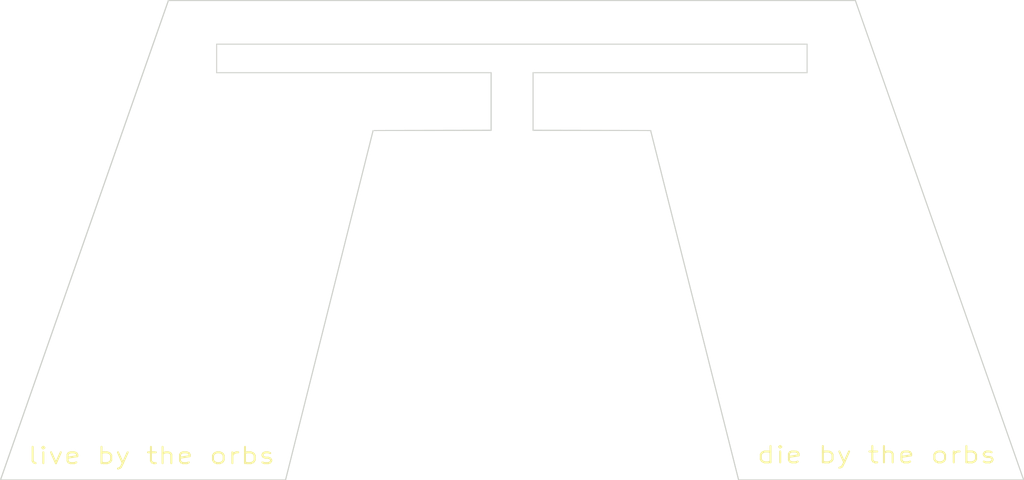
<source format=kicad_pcb>
(kicad_pcb
	(version 20240108)
	(generator "pcbnew")
	(generator_version "8.0")
	(general
		(thickness 1.6)
		(legacy_teardrops no)
	)
	(paper "A4")
	(layers
		(0 "F.Cu" signal)
		(31 "B.Cu" signal)
		(32 "B.Adhes" user "B.Adhesive")
		(33 "F.Adhes" user "F.Adhesive")
		(34 "B.Paste" user)
		(35 "F.Paste" user)
		(36 "B.SilkS" user "B.Silkscreen")
		(37 "F.SilkS" user "F.Silkscreen")
		(38 "B.Mask" user)
		(39 "F.Mask" user)
		(40 "Dwgs.User" user "User.Drawings")
		(41 "Cmts.User" user "User.Comments")
		(42 "Eco1.User" user "User.Eco1")
		(43 "Eco2.User" user "User.Eco2")
		(44 "Edge.Cuts" user)
		(45 "Margin" user)
		(46 "B.CrtYd" user "B.Courtyard")
		(47 "F.CrtYd" user "F.Courtyard")
		(48 "B.Fab" user)
		(49 "F.Fab" user)
		(50 "User.1" user)
		(51 "User.2" user)
		(52 "User.3" user)
		(53 "User.4" user)
		(54 "User.5" user)
		(55 "User.6" user)
		(56 "User.7" user)
		(57 "User.8" user)
		(58 "User.9" user)
	)
	(setup
		(stackup
			(layer "F.SilkS"
				(type "Top Silk Screen")
			)
			(layer "F.Paste"
				(type "Top Solder Paste")
			)
			(layer "F.Mask"
				(type "Top Solder Mask")
				(thickness 0.01)
			)
			(layer "F.Cu"
				(type "copper")
				(thickness 0.035)
			)
			(layer "dielectric 1"
				(type "core")
				(thickness 1.51)
				(material "FR4")
				(epsilon_r 4.5)
				(loss_tangent 0.02)
			)
			(layer "B.Cu"
				(type "copper")
				(thickness 0.035)
			)
			(layer "B.Mask"
				(type "Bottom Solder Mask")
				(thickness 0.01)
			)
			(layer "B.Paste"
				(type "Bottom Solder Paste")
			)
			(layer "B.SilkS"
				(type "Bottom Silk Screen")
			)
			(copper_finish "None")
			(dielectric_constraints no)
		)
		(pad_to_mask_clearance 0)
		(allow_soldermask_bridges_in_footprints no)
		(pcbplotparams
			(layerselection 0x00010fc_ffffffff)
			(plot_on_all_layers_selection 0x0000000_00000000)
			(disableapertmacros no)
			(usegerberextensions no)
			(usegerberattributes yes)
			(usegerberadvancedattributes yes)
			(creategerberjobfile yes)
			(dashed_line_dash_ratio 12.000000)
			(dashed_line_gap_ratio 3.000000)
			(svgprecision 4)
			(plotframeref no)
			(viasonmask no)
			(mode 1)
			(useauxorigin no)
			(hpglpennumber 1)
			(hpglpenspeed 20)
			(hpglpendiameter 15.000000)
			(pdf_front_fp_property_popups yes)
			(pdf_back_fp_property_popups yes)
			(dxfpolygonmode yes)
			(dxfimperialunits yes)
			(dxfusepcbnewfont yes)
			(psnegative no)
			(psa4output no)
			(plotreference yes)
			(plotvalue yes)
			(plotfptext yes)
			(plotinvisibletext no)
			(sketchpadsonfab no)
			(subtractmaskfromsilk no)
			(outputformat 1)
			(mirror no)
			(drillshape 0)
			(scaleselection 1)
			(outputdirectory "../../../")
		)
	)
	(net 0 "")
	(gr_line
		(start 93.175 83.28)
		(end 88.875 100.44)
		(stroke
			(width 0.05)
			(type default)
		)
		(layer "Edge.Cuts")
		(uuid "01dad912-4815-41d0-ad21-10ae53cf4ab6")
	)
	(gr_line
		(start 101.03 83.27)
		(end 106.805 83.28)
		(stroke
			(width 0.05)
			(type default)
		)
		(layer "Edge.Cuts")
		(uuid "0dfab223-23d9-4df5-8caa-2ea779d13740")
	)
	(gr_line
		(start 83.12 76.895)
		(end 74.875 100.44)
		(stroke
			(width 0.05)
			(type default)
		)
		(layer "Edge.Cuts")
		(uuid "0e30b31f-b163-4e87-a7e2-c597a7e2fc23")
	)
	(gr_line
		(start 98.97 80.44)
		(end 98.97 83.27)
		(stroke
			(width 0.05)
			(type default)
		)
		(layer "Edge.Cuts")
		(uuid "151577ac-696b-4c13-9e6b-91ae5c8d4e7e")
	)
	(gr_line
		(start 101.03 80.44)
		(end 101.03 83.27)
		(stroke
			(width 0.05)
			(type default)
		)
		(layer "Edge.Cuts")
		(uuid "1a10f71e-7506-4c79-892d-51adcece3875")
	)
	(gr_line
		(start 85.49 79.04)
		(end 114.49 79.04)
		(stroke
			(width 0.05)
			(type default)
		)
		(layer "Edge.Cuts")
		(uuid "1a9cbb8b-9600-4093-a7c3-31ebba4240f5")
	)
	(gr_line
		(start 98.97 83.27)
		(end 93.175 83.28)
		(stroke
			(width 0.05)
			(type default)
		)
		(layer "Edge.Cuts")
		(uuid "24ce8d7f-a024-4b76-9db9-c07752c66ae7")
	)
	(gr_line
		(start 116.86 76.895)
		(end 83.12 76.895)
		(stroke
			(width 0.05)
			(type default)
		)
		(layer "Edge.Cuts")
		(uuid "35378fb2-9c5c-4c34-b03e-074af2939ebe")
	)
	(gr_line
		(start 101.03 83.27)
		(end 101.03 80.44)
		(stroke
			(width 0.05)
			(type default)
		)
		(layer "Edge.Cuts")
		(uuid "389109f5-7191-4319-95aa-ed875dd7700f")
	)
	(gr_line
		(start 116.86 76.895)
		(end 125.125 100.44)
		(stroke
			(width 0.05)
			(type default)
		)
		(layer "Edge.Cuts")
		(uuid "41a37730-5643-4271-8e69-3f4de8ef4165")
	)
	(gr_line
		(start 125.125 100.44)
		(end 111.125 100.44)
		(stroke
			(width 0.05)
			(type default)
		)
		(layer "Edge.Cuts")
		(uuid "4b153c5c-62b0-42d0-9015-c0c4c92f9bfe")
	)
	(gr_line
		(start 111.125 100.44)
		(end 125.125 100.44)
		(stroke
			(width 0.05)
			(type default)
		)
		(layer "Edge.Cuts")
		(uuid "4df70e83-1c80-46c6-8b10-2379fe6d401d")
	)
	(gr_line
		(start 114.49 79.04)
		(end 114.49 80.44)
		(stroke
			(width 0.05)
			(type default)
		)
		(layer "Edge.Cuts")
		(uuid "59203f73-2807-4b6d-b6c6-1420991fa667")
	)
	(gr_line
		(start 83.12 76.895)
		(end 116.86 76.895)
		(stroke
			(width 0.05)
			(type default)
		)
		(layer "Edge.Cuts")
		(uuid "5c07afc8-47d9-42a8-b31e-92bda3b97760")
	)
	(gr_line
		(start 74.875 100.44)
		(end 83.12 76.895)
		(stroke
			(width 0.05)
			(type default)
		)
		(layer "Edge.Cuts")
		(uuid "5cfb0365-fd19-48c8-8fc5-01de8061ba8d")
	)
	(gr_line
		(start 88.875 100.44)
		(end 93.175 83.28)
		(stroke
			(width 0.05)
			(type default)
		)
		(layer "Edge.Cuts")
		(uuid "6376df53-38e6-470c-8770-d8f980d74a36")
	)
	(gr_line
		(start 85.49 79.04)
		(end 85.49 80.44)
		(stroke
			(width 0.05)
			(type default)
		)
		(layer "Edge.Cuts")
		(uuid "861f0f0a-3765-4a06-9f15-b71a200ebced")
	)
	(gr_line
		(start 98.97 80.44)
		(end 98.97 83.27)
		(stroke
			(width 0.05)
			(type default)
		)
		(layer "Edge.Cuts")
		(uuid "8c9ec1c2-bfb2-497c-9b36-eb52f3dd2e8d")
	)
	(gr_line
		(start 74.875 100.44)
		(end 83.12 76.895)
		(stroke
			(width 0.05)
			(type default)
		)
		(layer "Edge.Cuts")
		(uuid "8e085b8a-9289-4e36-9b6e-45bb0019d247")
	)
	(gr_line
		(start 93.175 83.28)
		(end 98.97 83.27)
		(stroke
			(width 0.05)
			(type default)
		)
		(layer "Edge.Cuts")
		(uuid "a9f5e100-4232-405c-b858-0faa6f3d189b")
	)
	(gr_line
		(start 85.49 80.44)
		(end 98.97 80.44)
		(stroke
			(width 0.05)
			(type default)
		)
		(layer "Edge.Cuts")
		(uuid "abb25195-918d-4f7d-9ccb-8335e5b7e939")
	)
	(gr_line
		(start 106.805 83.28)
		(end 101.03 83.27)
		(stroke
			(width 0.05)
			(type default)
		)
		(layer "Edge.Cuts")
		(uuid "ac58dc5a-cf5d-46c8-bbe8-03e1d8bb33ef")
	)
	(gr_line
		(start 116.86 76.895)
		(end 125.125 100.44)
		(stroke
			(width 0.05)
			(type default)
		)
		(layer "Edge.Cuts")
		(uuid "bf690ff6-19de-4f92-b4c4-f43b03ea3e96")
	)
	(gr_line
		(start 111.125 100.44)
		(end 106.805 83.28)
		(stroke
			(width 0.05)
			(type default)
		)
		(layer "Edge.Cuts")
		(uuid "bfbd5113-fb32-455f-b7e6-48d9c6bb9a75")
	)
	(gr_line
		(start 106.805 83.28)
		(end 111.125 100.44)
		(stroke
			(width 0.05)
			(type default)
		)
		(layer "Edge.Cuts")
		(uuid "d515dd03-87f1-4834-91e6-d425765fa943")
	)
	(gr_line
		(start 101.03 80.44)
		(end 114.49 80.44)
		(stroke
			(width 0.05)
			(type default)
		)
		(layer "Edge.Cuts")
		(uuid "e0b30410-7afd-4c95-8a00-79736e86db84")
	)
	(gr_line
		(start 74.875 100.44)
		(end 88.875 100.44)
		(stroke
			(width 0.05)
			(type default)
		)
		(layer "Edge.Cuts")
		(uuid "e4193bd9-b1cf-4f48-8c8d-d6c5fe7b8381")
	)
	(gr_line
		(start 88.875 100.44)
		(end 74.875 100.44)
		(stroke
			(width 0.05)
			(type default)
		)
		(layer "Edge.Cuts")
		(uuid "fdcff59c-fcd8-44b1-af7a-a846f5ad836f")
	)
	(gr_text "die by the orbs"
		(at 111.96 99.68 0)
		(layer "F.SilkS")
		(uuid "2f9bd70b-4b55-4493-8765-5545cf70345b")
		(effects
			(font
				(size 0.8 1)
				(thickness 0.1)
			)
			(justify left bottom)
		)
	)
	(gr_text "live by the orbs"
		(at 76.15 99.72 0)
		(layer "F.SilkS")
		(uuid "5e0de8b9-ec2d-472d-9136-86612a92b5f2")
		(effects
			(font
				(size 0.8 1)
				(thickness 0.1)
			)
			(justify left bottom)
		)
	)
)
</source>
